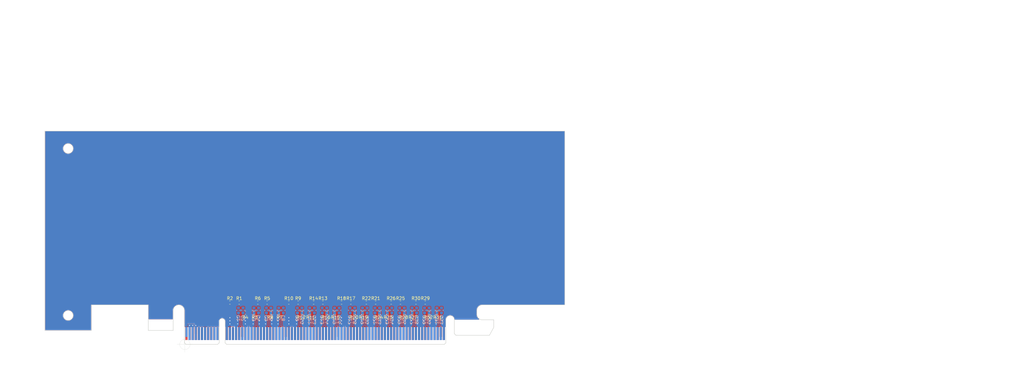
<source format=kicad_pcb>
(kicad_pcb (version 20211014) (generator pcbnew)
  (title_block (title "PCIexpress_x16_full") (company "Author: Luca Anastasio"))
  (layers (0 "F.Cu" power) (1 "In1.Cu" power) (2 "In2.Cu" power) (31 "B.Cu" power) (34 "B.Paste" user) (35 "F.Paste" user) (36 "B.SilkS" user "B.Silkscreen") (37 "F.SilkS" user "F.Silkscreen") (38 "B.Mask" user) (39 "F.Mask" user) (44 "Edge.Cuts" user))
  (net 0 "")
  (net 1 "GND")
  (net 2 "Net-(J2-PadA50)")
  (net 3 "Net-(J2-PadB82)")
  (net 4 "Net-(J2-PadA33)")
  (net 5 "Net-(J2-PadA32)")
  (net 6 "Net-(J2-PadA19)")
  (net 7 "+12V")
  (net 8 "+3V3")
  (net 9 "+3.3VA")
  (net 10 "Net-(J2-PadB12)")
  (net 11 "Net-(J2-PadB30)")
  (net 12 "/PER0_P")
  (net 13 "/PER0_N")
  (net 14 "/PER1_P")
  (net 15 "/PER1_N")
  (net 16 "/PER2_P")
  (net 17 "/PER2_N")
  (net 18 "/PER3_P")
  (net 19 "/PER3_N")
  (net 20 "/PER4_P")
  (net 21 "/PER4_N")
  (net 22 "/PER5_P")
  (net 23 "/PER5_N")
  (net 24 "/PER6_P")
  (net 25 "/PER6_N")
  (net 26 "/PER7_P")
  (net 27 "/PER7_N")
  (net 28 "/PER8_P")
  (net 29 "/PER8_N")
  (net 30 "/PER9_P")
  (net 31 "/PER9_N")
  (net 32 "/PER10_P")
  (net 33 "/PER10_N")
  (net 34 "/PER11_P")
  (net 35 "/PER11_N")
  (net 36 "/PER12_P")
  (net 37 "/PER12_N")
  (net 38 "/PER13_P")
  (net 39 "/PER13_N")
  (net 40 "/PER14_P")
  (net 41 "/PER14_N")
  (net 42 "/PER15_P")
  (net 43 "/PER15_N")
  (net 44 "/~{PRSNT2x16}")
  (net 45 "/PET15_N")
  (net 46 "/PET15_P")
  (net 47 "/PET14_N")
  (net 48 "/PET14_P")
  (net 49 "/PET13_N")
  (net 50 "/PET13_P")
  (net 51 "/PET12_N")
  (net 52 "/PET12_P")
  (net 53 "/PET11_N")
  (net 54 "/PET11_P")
  (net 55 "/PET10_N")
  (net 56 "/PET10_P")
  (net 57 "/PET9_N")
  (net 58 "/PET9_P")
  (net 59 "/PET8_N")
  (net 60 "/PET8_P")
  (net 61 "/~{PRSNT2x8}")
  (net 62 "/PET7_N")
  (net 63 "/PET7_P")
  (net 64 "/PET6_N")
  (net 65 "/PET6_P")
  (net 66 "/PET5_N")
  (net 67 "/PET5_P")
  (net 68 "/PET4_N")
  (net 69 "/PET4_P")
  (net 70 "/~{PRSNT2x4}")
  (net 71 "/PET3_N")
  (net 72 "/PET3_P")
  (net 73 "/PET2_N")
  (net 74 "/PET2_P")
  (net 75 "/PET1_N")
  (net 76 "/PET1_P")
  (net 77 "/SMCLK")
  (net 78 "/SMDAT")
  (net 79 "/~{TRST}")
  (net 80 "/~{WAKE}")
  (net 81 "/PET0_P")
  (net 82 "/PET0_N")
  (net 83 "/~{PRSNT2x1}")
  (net 84 "/~{PRSNT1}")
  (net 85 "/TCK")
  (net 86 "/TDI")
  (net 87 "/TDO")
  (net 88 "/TMS")
  (net 89 "/~{PERST}")
  (net 90 "/REFCLK-")
  (net 91 "/REFCLK+")
  (net 92 "/PCIexpress_connector/_PER0_P")
  (net 93 "/PCIexpress_connector/_PER0_N")
  (net 94 "/PCIexpress_connector/_PER1_P")
  (net 95 "/PCIexpress_connector/_PER1_N")
  (net 96 "/PCIexpress_connector/_PER2_P")
  (net 97 "/PCIexpress_connector/_PER2_N")
  (net 98 "/PCIexpress_connector/_PER3_P")
  (net 99 "/PCIexpress_connector/_PER3_N")
  (net 100 "/PCIexpress_connector/_PER4_P")
  (net 101 "/PCIexpress_connector/_PER4_N")
  (net 102 "/PCIexpress_connector/_PER5_P")
  (net 103 "/PCIexpress_connector/_PER5_N")
  (net 104 "/PCIexpress_connector/_PER6_P")
  (net 105 "/PCIexpress_connector/_PER6_N")
  (net 106 "/PCIexpress_connector/_PER7_P")
  (net 107 "/PCIexpress_connector/_PER7_N")
  (net 108 "/PCIexpress_connector/_PER8_P")
  (net 109 "/PCIexpress_connector/_PER8_N")
  (net 110 "/PCIexpress_connector/_PER9_P")
  (net 111 "/PCIexpress_connector/_PER9_N")
  (net 112 "/PCIexpress_connector/_PER10_P")
  (net 113 "/PCIexpress_connector/_PER10_N")
  (net 114 "/PCIexpress_connector/_PER11_P")
  (net 115 "/PCIexpress_connector/_PER11_N")
  (net 116 "/PCIexpress_connector/_PER12_P")
  (net 117 "/PCIexpress_connector/_PER12_N")
  (net 118 "/PCIexpress_connector/_PER13_P")
  (net 119 "/PCIexpress_connector/_PER13_N")
  (net 120 "/PCIexpress_connector/_PER14_P")
  (net 121 "/PCIexpress_connector/_PER14_N")
  (net 122 "/PCIexpress_connector/_PER15_P")
  (net 123 "/PCIexpress_connector/_PER15_N")
  (footprint "PCIexpress:PCIexpress_bracket_low" (layer "F.Cu") (at 109.625 194.125)
    (fp_text reference "J1" hide)
    (fp_text value "PCIexpress_bracket")
  )
  (footprint "PCIexpress:PCIexpress_x16" (layer "F.Cu") (at 109.625 194.125)
    (fp_text reference "J2" hide)
    (fp_text value "PCIexpress_x16")
  )
  (footprint "Resistor_SMD:R_0603_1608Metric" (layer "F.Cu") (at 127.125 180.625)
    (fp_text reference "R1")
    (fp_text value "49.9")
  )
  (footprint "Resistor_SMD:R_0603_1608Metric" (layer "F.Cu") (at 124.125 180.625 180)
    (fp_text reference "R2")
    (fp_text value "49.9")
  )
  (footprint "Resistor_SMD:R_0603_1608Metric" (layer "F.Cu") (at 136.125 180.625)
    (fp_text reference "R5")
    (fp_text value "49.9")
  )
  (footprint "Resistor_SMD:R_0603_1608Metric" (layer "F.Cu") (at 133.125 180.625 180)
    (fp_text reference "R6")
    (fp_text value "49.9")
  )
  (footprint "Resistor_SMD:R_0603_1608Metric" (layer "F.Cu") (at 140.125 183.875)
    (fp_text reference "R7")
    (fp_text value "49.9")
  )
  (footprint "Resistor_SMD:R_0603_1608Metric" (layer "F.Cu") (at 137.125 183.875 180)
    (fp_text reference "R8")
    (fp_text value "49.9")
  )
  (footprint "Resistor_SMD:R_0603_1608Metric" (layer "F.Cu") (at 146.125 180.625)
    (fp_text reference "R9")
    (fp_text value "49.9")
  )
  (footprint "Resistor_SMD:R_0603_1608Metric" (layer "F.Cu") (at 143.125 180.625 180)
    (fp_text reference "R10")
    (fp_text value "49.9")
  )
  (footprint "Resistor_SMD:R_0603_1608Metric" (layer "F.Cu") (at 150.125 183.875)
    (fp_text reference "R11")
    (fp_text value "49.9")
  )
  (footprint "Resistor_SMD:R_0603_1608Metric" (layer "F.Cu") (at 147.125 183.875 180)
    (fp_text reference "R12")
    (fp_text value "49.9")
  )
  (footprint "Resistor_SMD:R_0603_1608Metric" (layer "F.Cu") (at 154.125 180.625)
    (fp_text reference "R13")
    (fp_text value "49.9")
  )
  (footprint "Resistor_SMD:R_0603_1608Metric" (layer "F.Cu") (at 151.125 180.625 180)
    (fp_text reference "R14")
    (fp_text value "49.9")
  )
  (footprint "Resistor_SMD:R_0603_1608Metric" (layer "F.Cu") (at 158.125 183.875)
    (fp_text reference "R15")
    (fp_text value "49.9")
  )
  (footprint "Resistor_SMD:R_0603_1608Metric" (layer "F.Cu") (at 155.125 183.875 180)
    (fp_text reference "R16")
    (fp_text value "49.9")
  )
  (footprint "Resistor_SMD:R_0603_1608Metric" (layer "F.Cu") (at 163.125 180.625)
    (fp_text reference "R17")
    (fp_text value "49.9")
  )
  (footprint "Resistor_SMD:R_0603_1608Metric" (layer "F.Cu") (at 167.125 183.875)
    (fp_text reference "R19")
    (fp_text value "49.9")
  )
  (footprint "Resistor_SMD:R_0603_1608Metric" (layer "F.Cu") (at 164.125 183.875 180)
    (fp_text reference "R20")
    (fp_text value "49.9")
  )
  (footprint "Resistor_SMD:R_0603_1608Metric" (layer "F.Cu") (at 171.125 180.625)
    (fp_text reference "R21")
    (fp_text value "49.9")
  )
  (footprint "Resistor_SMD:R_0603_1608Metric" (layer "F.Cu") (at 168.125 180.625 180)
    (fp_text reference "R22")
    (fp_text value "49.9")
  )
  (footprint "Resistor_SMD:R_0603_1608Metric" (layer "F.Cu") (at 175.125 183.875)
    (fp_text reference "R23")
    (fp_text value "49.9")
  )
  (footprint "Resistor_SMD:R_0603_1608Metric" (layer "F.Cu") (at 172.125 183.875 180)
    (fp_text reference "R24")
    (fp_text value "49.9")
  )
  (footprint "Resistor_SMD:R_0603_1608Metric" (layer "F.Cu") (at 179.135 180.625)
    (fp_text reference "R25")
    (fp_text value "49.9")
  )
  (footprint "Resistor_SMD:R_0603_1608Metric" (layer "F.Cu") (at 176.125 180.625 180)
    (fp_text reference "R26")
    (fp_text value "49.9")
  )
  (footprint "Resistor_SMD:R_0603_1608Metric" (layer "F.Cu") (at 183.125 183.875)
    (fp_text reference "R27")
    (fp_text value "49.9")
  )
  (footprint "Resistor_SMD:R_0603_1608Metric" (layer "F.Cu") (at 180.125 183.875 180)
    (fp_text reference "R28")
    (fp_text value "49.9")
  )
  (footprint "Resistor_SMD:R_0603_1608Metric" (layer "F.Cu") (at 187.125 180.625)
    (fp_text reference "R29")
    (fp_text value "49.9")
  )
  (footprint "Resistor_SMD:R_0603_1608Metric" (layer "F.Cu") (at 184.125 180.625 180)
    (fp_text reference "R30")
    (fp_text value "49.9")
  )
  (footprint "Resistor_SMD:R_0603_1608Metric" (layer "F.Cu") (at 191.125 183.875)
    (fp_text reference "R31")
    (fp_text value "49.9")
  )
  (footprint "Resistor_SMD:R_0603_1608Metric" (layer "F.Cu") (at 188.125 183.875 180)
    (fp_text reference "R32")
    (fp_text value "49.9")
  )
  (footprint "Resistor_SMD:R_0603_1608Metric" (layer "F.Cu") (at 160.125 180.625 180)
    (fp_text reference "R18")
    (fp_text value "49.9")
  )
  (footprint "Resistor_SMD:R_0603_1608Metric" (layer "F.Cu") (at 129.125 183.875 180)
    (fp_text reference "R4")
    (fp_text value "49.9")
  )
  (footprint "Resistor_SMD:R_0603_1608Metric" (layer "F.Cu") (at 132.125 183.875)
    (fp_text reference "R3")
    (fp_text value "49.9")
  )
  (footprint "Capacitor_SMD:C_0603_1608Metric" (layer "B.Cu") (at 126.875 183.125 -90)
    (fp_text reference "C1")
    (fp_text value "100n")
  )
  (footprint "Capacitor_SMD:C_0603_1608Metric" (layer "B.Cu") (at 128.375 183.125 90)
    (fp_text reference "C2")
    (fp_text value "100n")
  )
  (footprint "Capacitor_SMD:C_0603_1608Metric" (layer "B.Cu") (at 131.875 183.125 -90)
    (fp_text reference "C3")
    (fp_text value "100n")
  )
  (footprint "Capacitor_SMD:C_0603_1608Metric" (layer "B.Cu") (at 133.375 183.125 90)
    (fp_text reference "C4")
    (fp_text value "100n")
  )
  (footprint "Capacitor_SMD:C_0603_1608Metric" (layer "B.Cu") (at 135.875 183.125 -90)
    (fp_text reference "C5")
    (fp_text value "100n")
  )
  (footprint "Capacitor_SMD:C_0603_1608Metric" (layer "B.Cu") (at 137.375 183.125 90)
    (fp_text reference "C6")
    (fp_text value "100n")
  )
  (footprint "Capacitor_SMD:C_0603_1608Metric" (layer "B.Cu") (at 139.875 183.125 -90)
    (fp_text reference "C7")
    (fp_text value "100n")
  )
  (footprint "Capacitor_SMD:C_0603_1608Metric" (layer "B.Cu") (at 141.375 183.125 90)
    (fp_text reference "C8")
    (fp_text value "100n")
  )
  (footprint "Capacitor_SMD:C_0603_1608Metric" (layer "B.Cu") (at 145.875 183.125 -90)
    (fp_text reference "C9")
    (fp_text value "100n")
  )
  (footprint "Capacitor_SMD:C_0603_1608Metric" (layer "B.Cu") (at 147.375 183.125 90)
    (fp_text reference "C10")
    (fp_text value "100n")
  )
  (footprint "Capacitor_SMD:C_0603_1608Metric" (layer "B.Cu") (at 149.875 183.125 -90)
    (fp_text reference "C11")
    (fp_text value "100n")
  )
  (footprint "Capacitor_SMD:C_0603_1608Metric" (layer "B.Cu") (at 151.375 183.125 90)
    (fp_text reference "C12")
    (fp_text value "100n")
  )
  (footprint "Capacitor_SMD:C_0603_1608Metric" (layer "B.Cu") (at 155.375 183.125 90)
    (fp_text reference "C14")
    (fp_text value "100n")
  )
  (footprint "Capacitor_SMD:C_0603_1608Metric" (layer "B.Cu") (at 157.875 183.125 -90)
    (fp_text reference "C15")
    (fp_text value "100n")
  )
  (footprint "Capacitor_SMD:C_0603_1608Metric" (layer "B.Cu") (at 159.375 183.125 90)
    (fp_text reference "C16")
    (fp_text value "100n")
  )
  (footprint "Capacitor_SMD:C_0603_1608Metric" (layer "B.Cu") (at 162.875 183.125 -90)
    (fp_text reference "C17")
    (fp_text value "100n")
  )
  (footprint "Capacitor_SMD:C_0603_1608Metric" (layer "B.Cu") (at 164.375 183.125 90)
    (fp_text reference "C18")
    (fp_text value "100n")
  )
  (footprint "Capacitor_SMD:C_0603_1608Metric" (layer "B.Cu") (at 166.875 183.125 -90)
    (fp_text reference "C19")
    (fp_text value "100n")
  )
  (footprint "Capacitor_SMD:C_0603_1608Metric" (layer "B.Cu") (at 168.375 183.125 90)
    (fp_text reference "C20")
    (fp_text value "100n")
  )
  (footprint "Capacitor_SMD:C_0603_1608Metric" (layer "B.Cu") (at 170.875 183.125 -90)
    (fp_text reference "C21")
    (fp_text value "100n")
  )
  (footprint "Capacitor_SMD:C_0603_1608Metric" (layer "B.Cu") (at 172.375 183.125 90)
    (fp_text reference "C22")
    (fp_text value "100n")
  )
  (footprint "Capacitor_SMD:C_0603_1608Metric" (layer "B.Cu") (at 174.875 183.125 -90)
    (fp_text reference "C23")
    (fp_text value "100n")
  )
  (footprint "Capacitor_SMD:C_0603_1608Metric" (layer "B.Cu") (at 176.375 183.125 90)
    (fp_text reference "C24")
    (fp_text value "100n")
  )
  (footprint "Capacitor_SMD:C_0603_1608Metric" (layer "B.Cu") (at 178.875 183.125 -90)
    (fp_text reference "C25")
    (fp_text value "100n")
  )
  (footprint "Capacitor_SMD:C_0603_1608Metric" (layer "B.Cu") (at 180.375 183.125 90)
    (fp_text reference "C26")
    (fp_text value "100n")
  )
  (footprint "Capacitor_SMD:C_0603_1608Metric" (layer "B.Cu") (at 182.875 183.125 -90)
    (fp_text reference "C27")
    (fp_text value "100n")
  )
  (footprint "Capacitor_SMD:C_0603_1608Metric" (layer "B.Cu") (at 184.375 183.125 90)
    (fp_text reference "C28")
    (fp_text value "100n")
  )
  (footprint "Capacitor_SMD:C_0603_1608Metric" (layer "B.Cu") (at 186.875 183.125 -90)
    (fp_text reference "C29")
    (fp_text value "100n")
  )
  (footprint "Capacitor_SMD:C_0603_1608Metric" (layer "B.Cu") (at 188.375 183.125 90)
    (fp_text reference "C30")
    (fp_text value "100n")
  )
  (footprint "Capacitor_SMD:C_0603_1608Metric" (layer "B.Cu") (at 190.875 183.125 -90)
    (fp_text reference "C31")
    (fp_text value "100n")
  )
  (footprint "Capacitor_SMD:C_0603_1608Metric" (layer "B.Cu") (at 192.375 183.125 90)
    (fp_text reference "C32")
    (fp_text value "100n")
  )
  (footprint "Capacitor_SMD:C_0603_1608Metric" (layer "B.Cu") (at 153.875 183.125 -90)
    (fp_text reference "C13")
    (fp_text value "100n")
  )
  (gr_line (start 209.225 188.625) (end 209.225 186.175) (layer "Edge.Cuts") (width 0.15))
  (gr_line (start 203.775 184.425) (end 203.775 183.125) (layer "Edge.Cuts") (width 0.15))
  (gr_line (start 232.125 181.375) (end 232.125 125.225) (layer "Edge.Cuts") (width 0.15))
  (gr_line (start 109.975 194.125) (end 120.175 194.125) (layer "Edge.Cuts") (width 0.15))
  (gr_line (start 120.675 193.625) (end 120.675 186.675) (layer "Edge.Cuts") (width 0.15))
  (gr_arc (start 203.775 183.125) (mid 204.287563 181.887563) (end 205.525 181.375) (layer "Edge.Cuts") (width 0.15))
  (gr_line (start 196.525 190.675) (end 197.025 191.175) (layer "Edge.Cuts") (width 0.15))
  (gr_line (start 79.475 189.625) (end 79.475 181.375) (layer "Edge.Cuts") (width 0.15))
  (gr_line (start 122.575 186.675) (end 122.575 193.625) (layer "Edge.Cuts") (width 0.15))
  (gr_line (start 196.525 186.175) (end 196.525 190.675) (layer "Edge.Cuts") (width 0.15))
  (gr_arc (start 105.825 183.2) (mid 107.65 181.375) (end 109.475 183.2) (layer "Edge.Cuts") (width 0.15))
  (gr_circle (center 71.975 130.875) (end 73.575 130.875) (layer "Edge.Cuts") (width 0.15) (fill none))
  (gr_line (start 97.825 181.375) (end 97.825 189.625) (layer "Edge.Cuts") (width 0.15))
  (gr_line (start 207.825 191.175) (end 209.225 188.625) (layer "Edge.Cuts") (width 0.15))
  (gr_line (start 193.275 194.125) (end 193.775 193.625) (layer "Edge.Cuts") (width 0.15))
  (gr_line (start 232.1277 181.375) (end 205.525 181.375) (layer "Edge.Cuts") (width 0.15))
  (gr_line (start 193.775 193.625) (end 193.775 186.175) (layer "Edge.Cuts") (width 0.15))
  (gr_line (start 109.475 183.2) (end 109.475 193.625) (layer "Edge.Cuts") (width 0.15))
  (gr_line (start 232.125 125.225) (end 64.475 125.225) (layer "Edge.Cuts") (width 0.15))
  (gr_line (start 105.825 189.625) (end 105.825 183.2) (layer "Edge.Cuts") (width 0.15))
  (gr_line (start 79.475 181.375) (end 97.825 181.375) (layer "Edge.Cuts") (width 0.15))
  (gr_arc (start 205.525 186.175) (mid 204.287563 185.662437) (end 203.775 184.425) (layer "Edge.Cuts") (width 0.15))
  (gr_line (start 197.025 191.175) (end 207.825 191.175) (layer "Edge.Cuts") (width 0.15))
  (gr_line (start 120.175 194.125) (end 120.675 193.625) (layer "Edge.Cuts") (width 0.15))
  (gr_line (start 97.825 189.625) (end 105.825 189.625) (layer "Edge.Cuts") (width 0.15))
  (gr_line (start 109.475 193.625) (end 109.975 194.125) (layer "Edge.Cuts") (width 0.15))
  (gr_line (start 209.225 186.175) (end 205.525 186.175) (layer "Edge.Cuts") (width 0.15))
  (gr_line (start 64.475 189.625) (end 79.475 189.625) (layer "Edge.Cuts") (width 0.15))
  (gr_arc (start 120.675 186.675) (mid 121.625 185.725) (end 122.575 186.675) (layer "Edge.Cuts") (width 0.15))
  (gr_arc (start 193.775 186.175) (mid 195.15 184.8) (end 196.525 186.175) (layer "Edge.Cuts") (width 0.15))
  (gr_line (start 123.075 194.125) (end 193.275 194.125) (layer "Edge.Cuts") (width 0.15))
  (gr_line (start 122.575 193.625) (end 123.075 194.125) (layer "Edge.Cuts") (width 0.15))
  (gr_line (start 64.475 125.225) (end 64.475 189.625) (layer "Edge.Cuts") (width 0.15))
  (gr_circle (center 71.975 184.775) (end 73.575 184.775) (layer "Edge.Cuts") (width 0.15) (fill none))
  (target plus (at 109.625 194.125) (size 5) (width 0.05) (layer "Edge.Cuts"))
  (segment (start 113.125 188.125) (end 113.125 188.125) (width 0.7) (layer "F.Cu") (net 1))
  (segment (start 113.125 190.625) (end 113.125 188) (width 0.7) (layer "F.Cu") (net 1))
  (via (at 186.625 185.5) (size 0.55) (drill 0.3) (layers "F.Cu" "B.Cu") (net 1))
  (via (at 188.625 185.5) (size 0.55) (drill 0.3) (layers "F.Cu" "B.Cu") (net 1))
  (via (at 166.625 185.5) (size 0.55) (drill 0.3) (layers "F.Cu" "B.Cu") (net 1))
  (via (at 124.125 185.5) (size 0.55) (drill 0.3) (layers "F.Cu" "B.Cu") (net 1))
  (via (at 143.125 185.5) (size 0.55) (drill 0.3) (layers "F.Cu" "B.Cu") (net 1))
  (via (at 162.625 185.5) (size 0.55) (drill 0.3) (layers "F.Cu" "B.Cu") (net 1))
  (via (at 157.625 185.5) (size 0.55) (drill 0.3) (layers "F.Cu" "B.Cu") (net 1))
  (via (at 135.625 185.5) (size 0.55) (drill 0.3) (layers "F.Cu" "B.Cu") (net 1))
  (via (at 139.625 185.5) (size 0.55) (drill 0.3) (layers "F.Cu" "B.Cu") (net 1))
  (via (at 178.625 185.5) (size 0.55) (drill 0.3) (layers "F.Cu" "B.Cu") (net 1))
  (via (at 133.625 185.5) (size 0.55) (drill 0.3) (layers "F.Cu" "B.Cu") (net 1))
  (via (at 129.125 185.5) (size 0.55) (drill 0.3) (layers "F.Cu" "B.Cu") (net 1))
  (via (at 155.625 185.5) (size 0.55) (drill 0.3) (layers "F.Cu" "B.Cu") (net 1))
  (via (at 149.625 185.5) (size 0.55) (drill 0.3) (layers "F.Cu" "B.Cu") (net 1))
  (via (at 147.625 185.5) (size 0.55) (drill 0.3) (layers "F.Cu" "B.Cu") (net 1))
  (via (at 180.625 185.5) (size 0.55) (drill 0.3) (layers "F.Cu" "B.Cu") (net 1))
  (via (at 164.625 185.5) (size 0.55) (drill 0.3) (layers "F.Cu" "B.Cu") (net 1))
  (via (at 145.625 185.5) (size 0.55) (drill 0.3) (layers "F.Cu" "B.Cu") (net 1))
  (via (at 184.625 185.5) (size 0.55) (drill 0.3) (layers "F.Cu" "B.Cu") (net 1))
  (via (at 182.625 185.5) (size 0.55) (drill 0.3) (layers "F.Cu" "B.Cu") (net 1))
  (via (at 190.625 185.5) (size 0.55) (drill 0.3) (layers "F.Cu" "B.Cu") (net 1))
  (via (at 192.625 185.5) (size 0.55) (drill 0.3) (layers "F.Cu" "B.Cu") (net 1))
  (via (at 174.625 185.5) (size 0.55) (drill 0.3) (layers "F.Cu" "B.Cu") (net 1))
  (via (at 160.125 185.5) (size 0.55) (drill 0.3) (layers "F.Cu" "B.Cu") (net 1))
  (via (at 151.625 185.5) (size 0.55) (drill 0.3) (layers "F.Cu" "B.Cu") (net 1))
  (via (at 153.625 185.5) (size 0.55) (drill 0.3) (layers "F.Cu" "B.Cu") (net 1))
  (via (at 176.625 185.5) (size 0.55) (drill 0.3) (layers "F.Cu" "B.Cu") (net 1))
  (via (at 170.625 185.5) (size 0.55) (drill 0.3) (layers "F.Cu" "B.Cu") (net 1))
  (via (at 172.625 185.5) (size 0.55) (drill 0.3) (layers "F.Cu" "B.Cu") (net 1))
  (via (at 126.625 185.5) (size 0.55) (drill 0.3) (layers "F.Cu" "B.Cu") (net 1))
  (via (at 131.625 185.5) (size 0.55) (drill 0.3) (layers "F.Cu" "B.Cu") (net 1))
  (via (at 137.625 185.5) (size 0.55) (drill 0.3) (layers "F.Cu" "B.Cu") (net 1))
  (via (at 168.625 185.5) (size 0.55) (drill 0.3) (layers "F.Cu" "B.Cu") (net 1))
  (via (at 172.625 186.5) (size 0.55) (drill 0.3) (layers "F.Cu" "B.Cu") (net 1))
  (via (at 186.625 187.5) (size 0.55) (drill 0.3) (layers "F.Cu" "B.Cu") (net 1))
  (via (at 153.625 186.5) (size 0.55) (drill 0.3) (layers "F.Cu" "B.Cu") (net 1))
  (via (at 124.125 186.5) (size 0.55) (drill 0.3) (layers "F.Cu" "B.Cu") (net 1))
  (via (at 174.625 187.5) (size 0.55) (drill 0.3) (layers "F.Cu" "B.Cu") (net 1))
  (via (at 151.625 187.5) (size 0.55) (drill 0.3) (layers "F.Cu" "B.Cu") (net 1))
  (via (at 133.625 187.5) (size 0.55) (drill 0.3) (layers "F.Cu" "B.Cu") (net 1))
  (via (at 188.625 186.5) (size 0.55) (drill 0.3) (layers "F.Cu" "B.Cu") (net 1))
  (via (at 166.625 186.5) (size 0.55) (drill 0.3) (layers "F.Cu" "B.Cu") (net 1))
  (via (at 143.125 186.5) (size 0.55) (drill 0.3) (layers "F.Cu" "B.Cu") (net 1))
  (via (at 129.125 186.5) (size 0.55) (drill 0.3) (layers "F.Cu" "B.Cu") (net 1))
  (via (at 147.625 186.5) (size 0.55) (drill 0.3) (layers "F.Cu" "B.Cu") (net 1))
  (via (at 192.625 186.5) (size 0.55) (drill 0.3) (layers "F.Cu" "B.Cu") (net 1))
  (via (at 155.625 187.5) (size 0.55) (drill 0.3) (layers "F.Cu" "B.Cu") (net 1))
  (via (at 164.625 187.5) (size 0.55) (drill 0.3) (layers "F.Cu" "B.Cu") (net 1))
  (via (at 124.125 187.5) (size 0.55) (drill 0.3) (layers "F.Cu" "B.Cu") (net 1))
  (via (at 190.625 186.5) (size 0.55) (drill 0.3) (layers "F.Cu" "B.Cu") (net 1))
  (via (at 176.625 186.5) (size 0.55) (drill 0.3) (layers "F.Cu" "B.Cu") (net 1))
  (via (at 186.625 186.5) (size 0.55) (drill 0.3) (layers "F.Cu" "B.Cu") (net 1))
  (via (at 178.625 187.5) (size 0.55) (drill 0.3) (layers "F.Cu" "B.Cu") (net 1))
  (via (at 113.125 188) (size 0.55) (drill 0.3) (layers "F.Cu" "B.Cu") (net 1))
  (via (at 164.625 186.5) (size 0.55) (drill 0.3) (layers "F.Cu" "B.Cu") (net 1))
  (via (at 188.625 187.5) (size 0.55) (drill 0.3) (layers "F.Cu" "B.Cu") (net 1))
  (via (at 155.625 186.5) (size 0.55) (drill 0.3) (layers "F.Cu" "B.Cu") (net 1))
  (via (at 172.625 187.5) (size 0.55) (drill 0.3) (layers "F.Cu" "B.Cu") (net 1))
  (via (at 151.625 186.5) (size 0.55) (drill 0.3) (layers "F.Cu" "B.Cu") (net 1))
  (via (at 160.125 186.5) (size 0.55) (drill 0.3) (layers "F.Cu" "B.Cu") (net 1))
  (via (at 192.625 187.5) (size 0.55) (drill 0.3) (layers "F.Cu" "B.Cu") (net 1))
  (via (at 149.625 186.5) (size 0.55) (drill 0.3) (layers "F.Cu" "B.Cu") (net 1))
  (via (at 180.625 186.5) (size 0.55) (drill 0.3) (layers "F.Cu" "B.Cu") (net 1))
  (via (at 190.625 187.5) (size 0.55) (drill 0.3) (layers "F.Cu" "B.Cu") (net 1))
  (via (at 157.625 187.5) (size 0.55) (drill 0.3) (layers "F.Cu" "B.Cu") (net 1))
  (via (at 131.625 187.5) (size 0.55) (drill 0.3) (layers "F.Cu" "B.Cu") (net 1))
  (via (at 135.625 186.5) (size 0.55) (drill 0.3) (layers "F.Cu" "B.Cu") (net 1))
  (via (at 166.625 187.5) (size 0.55) (drill 0.3) (layers "F.Cu" "B.Cu") (net 1))
  (via (at 126.625 187.5) (size 0.55) (drill 0.3) (layers "F.Cu" "B.Cu") (net 1))
  (via (at 139.625 186.5) (size 0.55) (drill 0.3) (layers "F.Cu" "B.Cu") (net 1))
  (via (at 139.625 187.5) (size 0.55) (drill 0.3) (layers "F.Cu" "B.Cu") (net 1))
  (via (at 160.125 187.5) (size 0.55) (drill 0.3) (layers "F.Cu" "B.Cu") (net 1))
  (via (at 133.625 186.5) (size 0.55) (drill 0.3) (layers "F.Cu" "B.Cu") (net 1))
  (via (at 137.625 186.5) (size 0.55) (drill 0.3) (layers "F.Cu" "B.Cu") (net 1))
  (via (at 184.625 186.5) (size 0.55) (drill 0.3) (layers "F.Cu" "B.Cu") (net 1))
  (via (at 126.625 186.5) (size 0.55) (drill 0.3) (layers "F.Cu" "B.Cu") (net 1))
  (via (at 153.625 187.5) (size 0.55) (drill 0.3) (layers "F.Cu" "B.Cu") (net 1))
  (via (at 174.625 186.5) (size 0.55) (drill 0.3) (layers "F.Cu" "B.Cu") (net 1))
  (via (at 135.625 187.5) (size 0.55) (drill 0.3) (layers "F.Cu" "B.Cu") (net 1))
  (via (at 145.625 186.5) (size 0.55) (drill 0.3) (layers "F.Cu" "B.Cu") (net 1))
  (via (at 178.625 186.5) (size 0.55) (drill 0.3) (layers "F.Cu" "B.Cu") (net 1))
  (via (at 149.625 187.5) (size 0.55) (drill 0.3) (layers "F.Cu" "B.Cu") (net 1))
  (via (at 129.125 187.5) (size 0.55) (drill 0.3) (layers "F.Cu" "B.Cu") (net 1))
  (via (at 170.625 186.5) (size 0.55) (drill 0.3) (layers "F.Cu" "B.Cu") (net 1))
  (via (at 170.625 187.5) (size 0.55) (drill 0.3) (layers "F.Cu" "B.Cu") (net 1))
  (via (at 184.625 187.5) (size 0.55) (drill 0.3) (layers "F.Cu" "B.Cu") (net 1))
  (via (at 131.625 186.5) (size 0.55) (drill 0.3) (layers "F.Cu" "B.Cu") (net 1))
  (via (at 182.625 186.5) (size 0.55) (drill 0.3) (layers "F.Cu" "B.Cu") (net 1))
  (via (at 162.625 186.5) (size 0.55) (drill 0.3) (layers "F.Cu" "B.Cu") (net 1))
  (via (at 147.625 187.5) (size 0.55) (drill 0.3) (layers "F.Cu" "B.Cu") (net 1))
  (via (at 180.625 187.5) (size 0.55) (drill 0.3) (layers "F.Cu" "B.Cu") (net 1))
  (via (at 182.625 187.5) (size 0.55) (drill 0.3) (layers "F.Cu" "B.Cu") (net 1))
  (via (at 168.625 186.5) (size 0.55) (drill 0.3) (layers "F.Cu" "B.Cu") (net 1))
  (via (at 143.125 187.5) (size 0.55) (drill 0.3) (layers "F.Cu" "B.Cu") (net 1))
  (via (at 168.625 187.5) (size 0.55) (drill 0.3) (layers "F.Cu" "B.Cu") (net 1))
  (via (at 157.625 186.5) (size 0.55) (drill 0.3) (layers "F.Cu" "B.Cu") (net 1))
  (via (at 176.625 187.5) (size 0.55) (drill 0.3) (layers "F.Cu" "B.Cu") (net 1))
  (via (at 145.625 187.5) (size 0.55) (drill 0.3) (layers "F.Cu" "B.Cu") (net 1))
  (via (at 137.625 187.5) (size 0.55) (drill 0.3) (layers "F.Cu" "B.Cu") (net 1))
  (via (at 162.625 187.5) (size 0.55) (drill 0.3) (layers "F.Cu" "B.Cu") (net 1))
  (segment (start 111.125 190.625) (end 111.125 188) (width 0.0889) (layer "F.Cu") (net 7))
  (via (at 112.125 188) (size 0.55) (drill 0.3) (layers "F.Cu" "B.Cu") (net 7))
  (via (at 111.125 188) (size 0.55) (drill 0.3) (layers "F.Cu" "B.Cu") (net 7))
  (segment (start 190.3375 184.5375) (end 190.3375 183.875) (width 0.2) (layer "F.Cu") (net 45))
  (segment (start 190.125 188.375) (end 189.825 188.075) (width 0.2) (layer "F.Cu") (net 45))
  (segment (start 189.825 188.075) (end 189.825 185.05) (width 0.2) (layer "F.Cu") (net 45))
  (segment (start 190.125 190.625) (end 190.125 188.375) (width 0.2) (layer "F.Cu") (net 45))
  (segment (start 189.825 185.05) (end 190.3375 184.5375) (width 0.2) (layer "F.Cu") (net 45))
  (segment (start 189.425 185.05) (end 188.9125 184.5375) (width 0.2) (layer "F.Cu") (net 46))
  (segment (start 189.125 188.375) (end 189.425 188.075) (width 0.2) (layer "F.Cu") (net 46))
  (segment (start 189.125 190.625) (end 189.125 188.375) (width 0.2) (layer "F.Cu") (net 46))
  (segment (start 188.9125 184.5375) (end 188.9125 183.875) (width 0.2) (layer "F.Cu") (net 46))
  (segment (start 189.425 188.075) (end 189.425 185.05) (width 0.2) (layer "F.Cu") (net 46))
  (segment (start 185.825 188.075) (end 186.125 188.375) (width 0.2) (layer "F.Cu") (net 47))
  (segment (start 185.825 181.8) (end 185.825 188.075) (width 0.2) (layer "F.Cu") (net 47))
  (segment (start 186.3375 181.2875) (end 185.825 181.8) (width 0.2) (layer "F.Cu") (net 47))
  (segment (start 186.3375 180.625) (end 186.3375 181.2875) (width 0.2) (layer "F.Cu") (net 47))
  (segment (start 186.125 188.375) (end 186.125 190.625) (width 0.2) (layer "F.Cu") (net 47))
  (segment (start 184.9125 181.26875) (end 185.425 181.78125) (width 0.2) (layer "F.Cu") (net 48))
  (segment (start 185.425 188.075) (end 185.125 188.375) (width 0.2) (layer "F.Cu") (net 48))
  (segment (start 184.9125 180.625) (end 184.9125 181.26875) (width 0.2) (layer "F.Cu") (net 48))
  (segment (start 185.425 181.78125) (end 185.425 188.075) (width 0.2) (layer "F.Cu") (net 48))
  (segment (start 185.125 188.375) (end 185.125 190.625) (width 0.2) (layer "F.Cu") (net 48))
  (segment (start 181.825 185.05) (end 182.3375 184.5375) (width 0.2) (layer "F.Cu") (net 49))
  (segment (start 181.825 188.075) (end 181.825 185.05) (width 0.2) (layer "F.Cu") (net 49))
  (segment (start 182.125 188.375) (end 181.825 188.075) (width 0.2) (layer "F.Cu") (net 49))
  (segment (start 182.125 190.625) (end 182.125 188.375) (width 0.2) (layer "F.Cu") (net 49))
  (segment (start 182.3375 184.5375) (end 182.3375 183.875) (width 0.2) (layer "F.Cu") (net 49))
  (segment (start 181.125 188.375) (end 181.425 188.075) (width 0.2) (layer "F.Cu") (net 50))
  (segment (start 181.425 185.05) (end 180.9125 184.5375) (width 0.2) (layer "F.Cu") (net 50))
  (segment (start 181.425 188.075) (end 181.425 185.05) (width 0.2) (layer "F.Cu") (net 50))
  (segment (start 181.125 190.625) (end 181.125 188.375) (width 0.2) (layer "F.Cu") (net 50))
  (segment (start 180.9125 184.5375) (end 180.9125 183.875) (width 0.2) (layer "F.Cu") (net 50))
  (segment (start 178.125 188.375) (end 178.125 190.625) (width 0.2) (layer "F.Cu") (net 51))
  (segment (start 178.3375 181.2875) (end 177.825 181.8) (width 0.2) (layer "F.Cu") (net 51))
  (segment (start 178.3375 180.625) (end 178.3375 181.2875) (width 0.2) (layer "F.Cu") (net 51))
  (segment (start 177.825 188.075) (end 178.125 188.375) (width 0.2) (layer "F.Cu") (net 51))
  (segment (start 177.825 181.8) (end 177.825 188.075) (width 0.2) (layer "F.Cu") (net 51))
  (segment (start 177.425 181.78125) (end 177.425 188.075) (width 0.2) (layer "F.Cu") (net 52))
  (segment (start 177.425 188.075) (end 177.125 188.375) (width 0.2) (layer "F.Cu") (net 52))
  (segment (start 176.9125 181.26875) (end 177.425 181.78125) (width 0.2) (layer "F.Cu") (net 52))
  (segment (start 176.9125 180.625) (end 176.9125 181.26875) (width 0.2) (layer "F.Cu") (net 52))
  (segment (start 177.125 188.375) (end 177.125 190.625) (width 0.2) (layer "F.Cu") (net 52))
  (segment (start 174.125 190.625) (end 174.125 188.375) (width 0.2) (layer "F.Cu") (net 53))
  (segment (start 173.825 185.05) (end 174.3375 184.5375) (width 0.2) (layer "F.Cu") (net 53))
  (segment (start 174.3375 184.5375) (end 174.3375 183.875) (width 0.2) (layer "F.Cu") (net 53))
  (segment (start 174.125 188.375) (end 173.825 188.075) (width 0.2) (layer "F.Cu") (net 53))
  (segment (start 173.825 188.075) (end 173.825 185.05) (width 0.2) (layer "F.Cu") (net 53))
  (segment (start 173.425 185.05) (end 172.9125 184.5375) (width 0.2) (layer "F.Cu") (net 54))
  (segment (start 173.425 188.075) (end 173.425 185.05) (width 0.2) (layer "F.Cu") (net 54))
  (segment (start 172.9125 184.5375) (end 172.9125 183.875) (width 0.2) (layer "F.Cu") (net 54))
  (segment (start 173.125 188.375) (end 173.425 188.075) (width 0.2) (layer "F.Cu") (net 54))
  (segment (start 173.125 190.625) (end 173.125 188.375) (width 0.2) (layer "F.Cu") (net 54))
  (segment (start 170.125 188.375) (end 170.125 190.625) (width 0.2) (layer "F.Cu") (net 55))
  (segment (start 170.3375 180.625) (end 170.3375 181.2875) (width 0.2) (layer "F.Cu") (net 55))
  (segment (start 169.825 188.075) (end 170.125 188.375) (width 0.2) (layer "F.Cu") (net 55))
  (segment (start 170.3375 181.2875) (end 169.825 181.8) (width 0.2) (layer "F.Cu") (net 55))
  (segment (start 169.825 181.8) (end 169.825 188.075) (width 0.2) (layer "F.Cu") (net 55))
  (segment (start 169.125 188.375) (end 169.125 190.625) (width 0.2) (layer "F.Cu") (net 56))
  (segment (start 168.9125 181.26875) (end 169.425 181.78125) (width 0.2) (layer "F.Cu") (net 56))
  (segment (start 169.425 188.075) (end 169.125 188.375) (width 0.2) (layer "F.Cu") (net 56))
  (segment (start 169.425 181.78125) (end 169.425 188.075) (width 0.2) (layer "F.Cu") (net 56))
  (segment (start 168.9125 180.625) (end 168.9125 181.26875) (width 0.2) (layer "F.Cu") (net 56))
  (segment (start 166.125 188.375) (end 165.825 188.075) (width 0.2) (layer "F.Cu") (net 57))
  (segment (start 165.825 185.05) (end 166.3375 184.5375) (width 0.2) (layer "F.Cu") (net 57))
  (segment (start 166.3375 184.5375) (end 166.3375 183.875) (width 0.2) (layer "F.Cu") (net 57))
  (segment (start 166.125 190.625) (end 166.125 188.375) (width 0.2) (layer "F.Cu") (net 57))
  (segment (start 165.825 188.075) (end 165.825 185.05) (width 0.2) (layer "F.Cu") (net 57))
  (segment (start 165.425 185.05) (end 164.9125 184.5375) (width 0.2) (layer "F.Cu") (net 58))
  (segment (start 165.425 188.075) (end 165.425 185.05) (width 0.2) (layer "F.Cu") (net 58))
  (segment (start 165.125 190.625) (end 165.125 188.375) (width 0.2) (layer "F.Cu") (net 58))
  (segment (start 165.125 188.375) (end 165.425 188.075) (width 0.2) (layer "F.Cu") (net 58))
  (segment (start 164.9125 184.5375) (end 164.9125 183.875) (width 0.2) (layer "F.Cu") (net 58))
  (segment (start 161.825 188.075) (end 162.125 188.375) (width 0.2) (layer "F.Cu") (net 59))
  (segment (start 161.825 181.8) (end 161.825 188.075) (width 0.2) (layer "F.Cu") (net 59))
  (segment (start 162.3375 181.2875) (end 161.825 181.8) (width 0.2) (layer "F.Cu") (net 59))
  (segment (start 162.3375 180.625) (end 162.3375 181.2875) (width 0.2) (layer "F.Cu") (net 59))
  (segment (start 162.125 188.375) (end 162.125 190.625) (width 0.2) (layer "F.Cu") (net 59))
  (segment (start 160.9125 181.26875) (end 161.425 181.78125) (width 0.2) (layer "F.Cu") (net 60))
  (segment (start 161.425 181.78125) (end 161.425 188.075) (width 0.2) (layer "F.Cu") (net 60))
  (segment (start 161.125 188.375) (end 161.125 190.625) (width 0.2) (layer "F.Cu") (net 60))
  (segment (start 160.9125 180.625) (end 160.9125 181.26875) (width 0.2) (layer "F.Cu") (net 60))
  (segment (start 161.425 188.075) (end 161.125 188.375) (width 0.2) (layer "F.Cu") (net 60))
  (segment (start 156.825 188.075) (end 156.825 185.05) (width 0.2) (layer "F.Cu") (net 62))
  (segment (start 157.125 188.375) (end 156.825 188.075) (width 0.2) (layer "F.Cu") (net 62))
  (segment (start 156.825 185.05) (end 157.3375 184.5375) (width 0.2) (layer "F.Cu") (net 62))
  (segment (start 157.125 190.625) (end 157.125 188.375) (width 0.2) (layer "F.Cu") (net 62))
  (segment (start 157.3375 184.5375) (end 157.3375 183.875) (width 0.2) (layer "F.Cu") (net 62))
  (segment (start 156.125 188.375) (end 156.425 188.075) (width 0.2) (layer "F.Cu") (net 63))
  (segment (start 155.9125 184.5375) (end 155.9125 183.875) (width 0.2) (layer "F.Cu") (net 63))
  (segment (start 156.425 188.075) (end 156.425 185.05) (width 0.2) (layer "F.Cu") (net 63))
  (segment (start 156.425 185.05) (end 155.9125 184.5375) (width 0.2) (layer "F.Cu") (net 63))
  (segment (start 156.125 190.625) (end 156.125 188.375) (width 0.2) (layer "F.Cu") (net 63))
  (segment (start 153.125 188.375) (end 153.125 190.625) (width 0.2) (layer "F.Cu") (net 64))
  (segment (start 152.825 181.8) (end 152.825 188.075) (width 0.2) (layer "F.Cu") (net 64))
  (segment (start 152.825 188.075) (end 153.125 188.375) (width 0.2) (layer "F.Cu") (net 64))
  (segment (start 153.3375 180.625) (end 153.3375 181.2875) (width 0.2) (layer "F.Cu") (net 64))
  (segment (start 153.3375 181.2875) (end 152.825 181.8) (width 0.2) (layer "F.Cu") (net 64))
  (segment (start 151.9125 181.26875) (end 152.425 181.78125) (width 0.2) (layer "F.Cu") (net 65))
  (segment (start 152.125 188.375) (end 152.125 190.625) (width 0.2) (layer "F.Cu") (net 65))
  (segment (start 152.425 181.78125) (end 152.425 188.075) (width 0.2) (layer "F.Cu") (net 65))
  (segment (start 152.425 188.075) (end 152.125 188.375) (width 0.2) (layer "F.Cu") (net 65))
  (segment (start 151.9125 180.625) (end 151.9125 181.26875) (width 0.2) (layer "F.Cu") (net 65))
  (segment (start 148.825 188.075) (end 148.825 185.05) (width 0.2) (layer "F.Cu") (net 66))
  (segment (start 149.125 190.625) (end 149.125 188.375) (width 0.2) (layer "F.Cu") (net 66))
  (segment (start 149.125 188.375) (end 148.825 188.075) (width 0.2) (layer "F.Cu") (net 66))
  (segment (start 148.825 185.05) (end 149.3375 184.5375) (width 0.2) (layer "F.Cu") (net 66))
  (segment (start 149.3375 184.5375) (end 149.3375 183.875) (width 0.2) (layer "F.Cu") (net 66))
  (segment (start 148.425 188.075) (end 148.425 185.05) (width 0.2) (layer "F.Cu") (net 67))
  (segment (start 148.425 185.05) (end 147.9125 184.5375) (width 0.2) (layer "F.Cu") (net 67))
  (segment (start 148.125 188.375) (end 148.425 188.075) (width 0.2) (layer "F.Cu") (net 67))
  (segment (start 148.125 190.625) (end 148.125 188.375) (width 0.2) (layer "F.Cu") (net 67))
  (segment (start 147.9125 184.5375) (end 147.9125 183.875) (width 0.2) (layer "F.Cu") (net 67))
  (segment (start 145.3375 181.2875) (end 144.825 181.8) (width 0.2) (layer "F.Cu") (net 68))
  (segment (start 144.825 181.8) (end 144.825 188.075) (width 0.2) (layer "F.Cu") (net 68))
  (segment (start 144.825 188.075) (end 145.125 188.375) (width 0.2) (layer "F.Cu") (net 68))
  (segment (start 145.3375 180.625) (end 145.3375 181.2875) (width 0.2) (layer "F.Cu") (net 68))
  (segment (start 145.125 188.375) (end 145.125 190.625) (width 0.2) (layer "F.Cu") (net 68))
  (segment (start 143.9125 181.26875) (end 144.425 181.78125) (width 0.2) (layer "F.Cu") (net 69))
  (segment (start 144.125 188.375) (end 144.125 190.625) (width 0.2) (layer "F.Cu") (net 69))
  (segment (start 144.425 181.78125) (end 144.425 188.075) (width 0.2) (layer "F.Cu") (net 69))
  (segment (start 144.425 188.075) (end 144.125 188.375) (width 0.2) (layer "F.Cu") (net 69))
  (segment (start 143.9125 180.625) (end 143.9125 181.26875) (width 0.2) (layer "F.Cu") (net 69))
  (segment (start 138.825 188.075) (end 138.825 185.05) (width 0.2) (layer "F.Cu") (net 71))
  (segment (start 139.125 190.625) (end 139.125 188.375) (width 0.2) (layer "F.Cu") (net 71))
  (segment (start 139.125 188.375) (end 138.825 188.075) (width 0.2) (layer "F.Cu") (net 71))
  (segment (start 138.825 185.05) (end 139.3375 184.5375) (width 0.2) (layer "F.Cu") (net 71))
  (segment (start 139.3375 184.5375) (end 139.3375 183.875) (width 0.2) (layer "F.Cu") (net 71))
  (segment (start 138.125 190.625) (end 138.125 188.375) (width 0.2) (layer "F.Cu") (net 72))
  (segment (start 138.125 188.375) (end 138.425 188.075) (width 0.2) (layer "F.Cu") (net 72))
  (segment (start 138.425 185.05) (end 137.9125 184.5375) (width 0.2) (layer "F.Cu") (net 72))
  (segment (start 137.9125 184.5375) (end 137.9125 183.875) (width 0.2) (layer "F.Cu") (net 72))
  (segment (start 138.425 188.075) (end 138.425 185.05) (width 0.2) (layer "F.Cu") (net 72))
  (segment (start 134.825 181.8) (end 134.825 188.075) (width 0.2) (layer "F.Cu") (net 73))
  (segment (start 135.125 188.375) (end 135.125 190.625) (width 0.2) (layer "F.Cu") (net 73))
  (segment (start 134.825 188.075) (end 135.125 188.375) (width 0.2) (layer "F.Cu") (net 73))
  (segment (start 135.3375 181.2875) (end 134.825 181.8) (width 0.2) (layer "F.Cu") (net 73))
  (segment (start 135.3375 180.625) (end 135.3375 181.2875) (width 0.2) (layer "F.Cu") (net 73))
  (segment (start 134.425 181.78125) (end 134.425 188.075) (width 0.2) (layer "F.Cu") (net 74))
  (segment (start 134.425 188.075) (end 134.125 188.375) (width 0.2) (layer "F.Cu") (net 74))
  (segment (start 134.125 188.375) (end 134.125 190.625) (width 0.2) (layer "F.Cu") (net 74))
  (segment (start 133.9125 180.625) (end 133.9125 181.26875) (width 0.2) (layer "F.Cu") (net 74))
  (segment (start 133.9125 181.26875) (end 134.425 181.78125) (width 0.2) (layer "F.Cu") (net 74))
  (segment (start 130.825 188.075) (end 130.825 185.05) (width 0.2) (layer "F.Cu") (net 75))
  (segment (start 130.825 185.05) (end 131.3375 184.5375) (width 0.2) (layer "F.Cu") (net 75))
  (segment (start 131.3375 184.5375) (end 131.3375 183.875) (width 0.2) (layer "F.Cu") (net 75))
  (segment (start 131.125 188.375) (end 130.825 188.075) (width 0.2) (layer "F.Cu") (net 75))
  (segment (start 131.125 190.625) (end 131.125 188.375) (width 0.2) (layer "F.Cu") (net 75))
  (segment (start 129.9125 184.5375) (end 129.9125 183.875) (width 0.2) (layer "F.Cu") (net 76))
  (segment (start 130.125 190.625) (end 130.125 188.375) (width 0.2) (layer "F.Cu") (net 76))
  (segment (start 130.425 185.05) (end 129.9125 184.5375) (width 0.2) (layer "F.Cu") (net 76))
  (segment (start 130.125 188.375) (end 130.425 188.075) (width 0.2) (layer "F.Cu") (net 76))
  (segment (start 130.425 188.075) (end 130.425 185.05) (width 0.2) (layer "F.Cu") (net 76))
  (segment (start 125.125 190.625) (end 125.125 188.375) (width 0.2) (layer "F.Cu") (net 81))
  (segment (start 124.9125 181.26875) (end 124.9125 180.625) (width 0.2) (layer "F.Cu") (net 81))
  (segment (start 125.425 188.075) (end 125.425 181.78125) (width 0.2) (layer "F.Cu") (net 81))
  (segment (start 125.425 181.78125) (end 124.9125 181.26875) (width 0.2) (layer "F.Cu") (net 81))
  (segment (start 125.125 188.375) (end 125.425 188.075) (width 0.2) (layer "F.Cu") (net 81))
  (segment (start 126.125 188.375) (end 125.825 188.075) (width 0.2) (layer "F.Cu") (net 82))
  (segment (start 125.825 188.075) (end 125.825 181.8) (width 0.2) (layer "F.Cu") (net 82))
  (segment (start 126.125 190.625) (end 126.125 188.375) (width 0.2) (layer "F.Cu") (net 82))
  (segment (start 125.825 181.8) (end 126.3375 181.2875) (width 0.2) (layer "F.Cu") (net 82))
  (segment (start 126.3375 181.2875) (end 126.3375 180.625) (width 0.2) (layer "F.Cu") (net 82))
  (segment (start 127.125 188.375) (end 127.125 190.625) (width 0.2) (layer "B.Cu") (net 92))
  (segment (start 127.425 188.075) (end 127.125 188.375) (width 0.2) (layer "B.Cu") (net 92))
  (segment (start 126.875 183.9125) (end 126.875 184.5) (width 0.2) (layer "B.Cu") (net 92))
  (segment (start 127.425 185.05) (end 127.425 188.075) (width 0.2) (layer "B.Cu") (net 92))
  (segment (start 126.875 184.5) (end 127.425 185.05) (width 0.2) (layer "B.Cu") (net 92))
  (segment (start 128.375 183.9125) (end 128.375 184.5) (width 0.2) (layer "B.Cu") (net 93))
  (segment (start 127.825 188.075) (end 128.125 188.375) (width 0.2) (layer "B.Cu") (net 93))
  (segment (start 128.125 188.375) (end 128.125 190.625) (width 0.2) (layer "B.Cu") (net 93))
  (segment (start 127.825 185.05) (end 127.825 188.075) (width 0.2) (layer "B.Cu") (net 93))
  (segment (start 128.375 184.5) (end 127.825 185.05) (width 0.2) (layer "B.Cu") (net 93))
  (segment (start 132.425 188.075) (end 132.125 188.375) (width 0.2) (layer "B.Cu") (net 94))
  (segment (start 132.425 185.05) (end 132.425 188.075) (width 0.2) (layer "B.Cu") (net 94))
  (segment (start 131.875 184.5) (end 132.425 185.05) (width 0.2) (layer "B.Cu") (net 94))
  (segment (start 132.125 188.375) (end 132.125 190.625) (width 0.2) (layer "B.Cu") (net 94))
  (segment (start 131.875 183.9125) (end 131.875 184.5) (width 0.2) (layer "B.Cu") (net 94))
  (segment (start 133.125 188.375) (end 133.125 190.625) (width 0.2) (layer "B.Cu") (net 95))
  (segment (start 132.825 185.05) (end 132.825 188.075) (width 0.2) (layer "B.Cu") (net 95))
  (segment (start 133.375 184.5) (end 132.825 185.05) (width 0.2) (layer "B.Cu") (net 95))
  (segment (start 133.375 183.9125) (end 133.375 184.5) (width 0.2) (layer "B.Cu") (net 95))
  (segment (start 132.825 188.075) (end 133.125 188.375) (width 0.2) (layer "B.Cu") (net 95))
  (segment (start 136.425 188.075) (end 136.125 188.375) (width 0.2) (layer "B.Cu") (net 96))
  (segment (start 136.425 185.05) (end 136.425 188.075) (width 0.2) (layer "B.Cu") (net 96))
  (segment (start 135.875 184.5) (end 136.425 185.05) (width 0.2) (layer "B.Cu") (net 96))
  (segment (start 136.125 188.375) (end 136.125 190.625) (width 0.2) (layer "B.Cu") (net 96))
  (segment (start 135.875 183.9125) (end 135.875 184.5) (width 0.2) (layer "B.Cu") (net 96))
  (segment (start 137.125 188.375) (end 137.125 190.625) (width 0.2) (layer "B.Cu") (net 97))
  (segment (start 136.825 185.05) (end 136.825 188.075) (width 0.2) (layer "B.Cu") (net 97))
  (segment (start 137.375 184.5) (end 136.825 185.05) (width 0.2) (layer "B.Cu") (net 97))
  (segment (start 137.375 183.9125) (end 137.375 184.5) (width 0.2) (layer "B.Cu") (net 97))
  (segment (start 136.825 188.075) (end 137.125 188.375) (width 0.2) (layer "B.Cu") (net 97))
  (segment (start 139.875 184.5) (end 140.425 185.05) (width 0.2) (layer "B.Cu") (net 98))
  (segment (start 140.425 185.05) (end 140.425 188.075) (width 0.2) (layer "B.Cu") (net 98))
  (segment (start 139.875 183.9125) (end 139.875 184.5) (width 0.2) (layer "B.Cu") (net 98))
  (segment (start 140.425 188.075) (end 140.125 188.375) (width 0.2) (layer "B.Cu") (net 98))
  (segment (start 140.125 188.375) (end 140.125 190.625) (width 0.2) (layer "B.Cu") (net 98))
  (segment (start 140.825 185.05) (end 140.825 188.075) (width 0.2) (layer "B.Cu") (net 99))
  (segment (start 140.825 188.075) (end 141.125 188.375) (width 0.2) (layer "B.Cu") (net 99))
  (segment (start 141.375 183.9125) (end 141.375 184.5) (width 0.2) (layer "B.Cu") (net 99))
  (segment (start 141.125 188.375) (end 141.125 190.625) (width 0.2) (layer "B.Cu") (net 99))
  (segment (start 141.375 184.5) (end 140.825 185.05) (width 0.2) (layer "B.Cu") (net 99))
  (segment (start 146.425 185.05) (end 146.425 188.075) (width 0.2) (layer "B.Cu") (net 100))
  (segment (start 146.125 188.375) (end 146.125 190.625) (width 0.2) (layer "B.Cu") (net 100))
  (segment (start 146.425 188.075) (end 146.125 188.375) (width 0.2) (layer "B.Cu") (net 100))
  (segment (start 145.875 183.9125) (end 145.875 184.5) (width 0.2) (layer "B.Cu") (net 100))
  (segment (start 145.875 184.5) (end 146.425 185.05) (width 0.2) (layer "B.Cu") (net 100))
  (segment (start 147.125 188.375) (end 147.125 190.625) (width 0.2) (layer "B.Cu") (net 101))
  (segment (start 146.825 188.075) (end 147.125 188.375) (width 0.2) (layer "B.Cu") (net 101))
  (segment (start 146.825 185.05) (end 146.825 188.075) (width 0.2) (layer "B.Cu") (net 101))
  (segment (start 147.375 184.5) (end 146.825 185.05) (width 0.2) (layer "B.Cu") (net 101))
  (segment (start 147.375 183.9125) (end 147.375 184.5) (width 0.2) (layer "B.Cu") (net 101))
  (segment (start 149.875 184.5) (end 150.425 185.05) (width 0.2) (layer "B.Cu") (net 102))
  (segment (start 150.425 188.075) (end 150.125 188.375) (width 0.2) (layer "B.Cu") (net 102))
  (segment (start 150.425 185.05) (end 150.425 188.075) (width 0.2) (layer "B.Cu") (net 102))
  (segment (start 149.875 183.9125) (end 149.875 184.5) (width 0.2) (layer "B.Cu") (net 102))
  (segment (start 150.125 188.375) (end 150.125 190.625) (width 0.2) (layer "B.Cu") (net 102))
  (segment (start 151.375 183.9125) (end 151.375 184.5) (width 0.2) (layer "B.Cu") (net 103))
  (segment (start 151.125 188.375) (end 151.125 190.625) (width 0.2) (layer "B.Cu") (net 103))
  (segment (start 150.825 188.075) (end 151.125 188.375) (width 0.2) (layer "B.Cu") (net 103))
  (segment (start 151.375 184.5) (end 150.825 185.05) (width 0.2) (layer "B.Cu") (net 103))
  (segment (start 150.825 185.05) (end 150.825 188.075) (width 0.2) (layer "B.Cu") (net 103))
  (segment (start 154.425 188.075) (end 154.125 188.375) (width 0.2) (layer "B.Cu") (net 104))
  (segment (start 153.875 183.9125) (end 153.875 184.5) (width 0.2) (layer "B.Cu") (net 104))
  (segment (start 154.425 185.05) (end 154.425 188.075) (width 0.2) (layer "B.Cu") (net 104))
  (segment (start 154.125 188.375) (end 154.125 190.625) (width 0.2) (layer "B.Cu") (net 104))
  (segment (start 153.875 184.5) (end 154.425 185.05) (width 0.2) (layer "B.Cu") (net 104))
  (segment (start 155.375 183.9125) (end 155.375 184.5) (width 0.2) (layer "B.Cu") (net 105))
  (segment (start 155.125 188.375) (end 155.125 190.625) (width 0.2) (layer "B.Cu") (net 105))
  (segment (start 155.375 184.5) (end 154.825 185.05) (width 0.2) (layer "B.Cu") (net 105))
  (segment (start 154.825 188.075) (end 155.125 188.375) (width 0.2) (layer "B.Cu") (net 105))
  (segment (start 154.825 185.05) (end 154.825 188.075) (width 0.2) (layer "B.Cu") (net 105))
  (segment (start 158.425 185.05) (end 158.425 188.075) (width 0.2) (layer "B.Cu") (net 106))
  (segment (start 157.875 183.9125) (end 157.875 184.5) (width 0.2) (layer "B.Cu") (net 106))
  (segment (start 158.425 188.075) (end 158.125 188.375) (width 0.2) (layer "B.Cu") (net 106))
  (segment (start 158.125 188.375) (end 158.125 190.625) (width 0.2) (layer "B.Cu") (net 106))
  (segment (start 157.875 184.5) (end 158.425 185.05) (width 0.2) (layer "B.Cu") (net 106))
  (segment (start 158.825 185.05) (end 158.825 188.075) (width 0.2) (layer "B.Cu") (net 107))
  (segment (start 159.375 184.5) (end 158.825 185.05) (width 0.2) (layer "B.Cu") (net 107))
  (segment (start 159.125 188.375) (end 159.125 190.625) (width 0.2) (layer "B.Cu") (net 107))
  (segment (start 159.375 183.9125) (end 159.375 184.5) (width 0.2) (layer "B.Cu") (net 107))
  (segment (start 158.825 188.075) (end 159.125 188.375) (width 0.2) (layer "B.Cu") (net 107))
  (segment (start 162.875 183.9125) (end 162.875 184.5) (width 0.2) (layer "B.Cu") (net 108))
  (segment (start 163.425 188.075) (end 163.125 188.375) (width 0.2) (layer "B.Cu") (net 108))
  (segment (start 163.425 185.05) (end 163.425 188.075) (width 0.2) (layer "B.Cu") (net 108))
  (segment (start 162.875 184.5) (end 163.425 185.05) (width 0.2) (layer "B.Cu") (net 108))
  (segment (start 163.125 188.375) (end 163.125 190.625) (width 0.2) (layer "B.Cu") (net 108))
  (segment (start 163.825 185.05) (end 163.825 188.075) (width 0.2) (layer "B.Cu") (net 109))
  (segment (start 163.825 188.075) (end 164.125 188.375) (width 0.2) (layer "B.Cu") (net 109))
  (segment (start 164.375 183.9125) (end 164.375 184.5) (width 0.2) (layer "B.Cu") (net 109))
  (segment (start 164.125 188.375) (end 164.125 190.625) (width 0.2) (layer "B.Cu") (net 109))
  (segment (start 164.375 184.5) (end 163.825 185.05) (width 0.2) (layer "B.Cu") (net 109))
  (segment (start 166.875 184.5) (end 167.425 185.05) (width 0.2) (layer "B.Cu") (net 110))
  (segment (start 167.425 185.05) (end 167.425 188.075) (width 0.2) (layer "B.Cu") (net 110))
  (segment (start 167.425 188.075) (end 167.125 188.375) (width 0.2) (layer "B.Cu") (net 110))
  (segment (start 167.125 188.375) (end 167.125 190.625) (width 0.2) (layer "B.Cu") (net 110))
  (segment (start 166.875 183.9125) (end 166.875 184.5) (width 0.2) (layer "B.Cu") (net 110))
  (segment (start 167.825 188.075) (end 168.125 188.375) (width 0.2) (layer "B.Cu") (net 111))
  (segment (start 168.125 188.375) (end 168.125 190.625) (width 0.2) (layer "B.Cu") (net 111))
  (segment (start 168.375 183.9125) (end 168.375 184.5) (width 0.2) (layer "B.Cu") (net 111))
  (segment (start 168.375 184.5) (end 167.825 185.05) (width 0.2) (layer "B.Cu") (net 111))
  (segment (start 167.825 185.05) (end 167.825 188.075) (width 0.2) (layer "B.Cu") (net 111))
  (segment (start 170.875 184.5) (end 171.425 185.05) (width 0.2) (layer "B.Cu") (net 112))
  (segment (start 171.425 185.05) (end 171.425 188.075) (width 0.2) (layer "B.Cu") (net 112))
  (segment (start 170.875 183.9125) (end 170.875 184.5) (width 0.2) (layer "B.Cu") (net 112))
  (segment (start 171.425 188.075) (end 171.125 188.375) (width 0.2) (layer "B.Cu") (net 112))
  (segment (start 171.125 188.375) (end 171.125 190.625) (width 0.2) (layer "B.Cu") (net 112))
  (segment (start 171.825 185.05) (end 171.825 188.075) (width 0.2) (layer "B.Cu") (net 113))
  (segment (start 172.375 183.9125) (end 172.375 184.5) (width 0.2) (layer "B.Cu") (net 113))
  (segment (start 172.375 184.5) (end 171.825 185.05) (width 0.2) (layer "B.Cu") (net 113))
  (segment (start 172.125 188.375) (end 172.125 190.625) (width 0.2) (layer "B.Cu") (net 113))
  (segment (start 171.825 188.075) (end 172.125 188.375) (width 0.2) (layer "B.Cu") (net 113))
  (segment (start 174.875 184.5) (end 175.425 185.05) (width 0.2) (layer "B.Cu") (net 114))
  (segment (start 175.125 188.375) (end 175.125 190.625) (width 0.2) (layer "B.Cu") (net 114))
  (segment (start 175.425 185.05) (end 175.425 188.075) (width 0.2) (layer "B.Cu") (net 114))
  (segment (start 174.875 183.9125) (end 174.875 184.5) (width 0.2) (layer "B.Cu") (net 114))
  (segment (start 175.425 188.075) (end 175.125 188.375) (width 0.2) (layer "B.Cu") (net 114))
  (segment (start 176.375 183.9125) (end 176.375 184.5) (width 0.2) (layer "B.Cu") (net 115))
  (segment (start 176.375 184.5) (end 175.825 185.05) (width 0.2) (layer "B.Cu") (net 115))
  (segment (start 175.825 188.075) (end 176.125 188.375) (width 0.2) (layer "B.Cu") (net 115))
  (segment (start 175.825 185.05) (end 175.825 188.075) (width 0.2) (layer "B.Cu") (net 115))
  (segment (start 176.125 188.375) (end 176.125 190.625) (width 0.2) (layer "B.Cu") (net 115))
  (segment (start 179.425 185.05) (end 179.425 188.075) (width 0.2) (layer "B.Cu") (net 116))
  (segment (start 179.125 188.375) (end 179.125 190.625) (width 0.2) (layer "B.Cu") (net 116))
  (segment (start 178.875 183.9125) (end 178.875 184.5) (width 0.2) (layer "B.Cu") (net 116))
  (segment (start 179.425 188.075) (end 179.125 188.375) (width 0.2) (layer "B.Cu") (net 116))
  (segment (start 178.875 184.5) (end 179.425 185.05) (width 0.2) (layer "B.Cu") (net 116))
  (segment (start 179.825 188.075) (end 180.125 188.375) (width 0.2) (layer "B.Cu") (net 117))
  (segment (start 180.125 188.375) (end 180.125 190.625) (width 0.2) (layer "B.Cu") (net 117))
  (segment (start 180.375 184.5) (end 179.825 185.05) (width 0.2) (layer "B.Cu") (net 117))
  (segment (start 180.375 183.9125) (end 180.375 184.5) (width 0.2) (layer "B.Cu") (net 117))
  (segment (start 179.825 185.05) (end 179.825 188.075) (width 0.2) (layer "B.Cu") (net 117))
  (segment (start 182.875 184.5) (end 183.425 185.05) (width 0.2) (layer "B.Cu") (net 118))
  (segment (start 183.125 188.375) (end 183.125 190.625) (width 0.2) (layer "B.Cu") (net 118))
  (segment (start 182.875 183.9125) (end 182.875 184.5) (width 0.2) (layer "B.Cu") (net 118))
  (segment (start 183.425 185.05) (end 183.425 188.075) (width 0.2) (layer "B.Cu") (net 118))
  (segment (start 183.425 188.075) (end 183.125 188.375) (width 0.2) (layer "B.Cu") (net 118))
  (segment (start 184.125 188.375) (end 184.125 190.625) (width 0.2) (layer "B.Cu") (net 119))
  (segment (start 183.825 185.05) (end 183.825 188.075) (width 0.2) (layer "B.Cu") (net 119))
  (segment (start 184.375 183.9125) (end 184.375 184.5) (width 0.2) (layer "B.Cu") (net 119))
  (segment (start 184.375 184.5) (end 183.825 185.05) (width 0.2) (layer "B.Cu") (net 119))
  (segment (start 183.825 188.075) (end 184.125 188.375) (width 0.2) (layer "B.Cu") (net 119))
  (segment (start 186.875 183.9125) (end 186.875 184.5) (width 0.2) (layer "B.Cu") (net 120))
  (segment (start 187.125 188.375) (end 187.125 190.625) (width 0.2) (layer "B.Cu") (net 120))
  (segment (start 187.425 185.05) (end 187.425 188.075) (width 0.2) (layer "B.Cu") (net 120))
  (segment (start 186.875 184.5) (end 187.425 185.05) (width 0.2) (layer "B.Cu") (net 120))
  (segment (start 187.425 188.075) (end 187.125 188.375) (width 0.2) (layer "B.Cu") (net 120))
  (segment (start 187.825 185.05) (end 187.825 188.075) (width 0.2) (layer "B.Cu") (net 121))
  (segment (start 188.375 183.9125) (end 188.375 184.5) (width 0.2) (layer "B.Cu") (net 121))
  (segment (start 188.125 188.375) (end 188.125 190.625) (width 0.2) (layer "B.Cu") (net 121))
  (segment (start 188.375 184.5) (end 187.825 185.05) (width 0.2) (layer "B.Cu") (net 121))
  (segment (start 187.825 188.075) (end 188.125 188.375) (width 0.2) (layer "B.Cu") (net 121))
  (segment (start 190.875 183.9125) (end 190.875 184.5) (width 0.2) (layer "B.Cu") (net 122))
  (segment (start 191.125 188.375) (end 191.125 190.625) (width 0.2) (layer "B.Cu") (net 122))
  (segment (start 191.425 185.05) (end 191.425 188.075) (width 0.2) (layer "B.Cu") (net 122))
  (segment (start 191.425 188.075) (end 191.125 188.375) (width 0.2) (layer "B.Cu") (net 122))
  (segment (start 190.875 184.5) (end 191.425 185.05) (width 0.2) (layer "B.Cu") (net 122))
  (segment (start 192.125 188.375) (end 192.125 190.625) (width 0.2) (layer "B.Cu") (net 123))
  (segment (start 191.825 185.05) (end 191.825 188.075) (width 0.2) (layer "B.Cu") (net 123))
  (segment (start 192.375 183.9125) (end 192.375 184.5) (width 0.2) (layer "B.Cu") (net 123))
  (segment (start 192.375 184.5) (end 191.825 185.05) (width 0.2) (layer "B.Cu") (net 123))
  (segment (start 191.825 188.075) (end 192.125 188.375) (width 0.2) (layer "B.Cu") (net 123))
  (zone (net 7) (net_name "+12V") (layer "F.Cu") (priority 2) (connect_pads thru_hole_only (clearance 0)) (min_thickness 0.25) (fill yes (thermal_gap 0.508) (thermal_bridge_width 0.508))
    (polygon (pts (xy 112.625 188.526) (xy 109.375 188.526) (xy 109.375 187.5) (xy 112.625 187.5)))
  )
  (zone (net 0) (net_name "") (layers "F.Cu" "In1.Cu" "In2.Cu" "B.Cu") (connect_pads (clearance 0)) (min_thickness 0.254)
    (keepout (tracks not_allowed) (vias not_allowed) (pads allowed) (copperpour not_allowed) (footprints allowed))
    (fill (thermal_gap 0.508) (thermal_bridge_width 0.508))
    (polygon (pts (xy 97.825 186.125) (xy 105.825 186.125) (xy 105.825 189.625) (xy 97.825 189.625)))
  )
  (zone (net 0) (net_name "") (layers "F.Cu" "In1.Cu" "In2.Cu" "B.Cu") (connect_pads (clearance 0)) (min_thickness 0.254)
    (keepout (tracks not_allowed) (vias not_allowed) (pads allowed) (copperpour not_allowed) (footprints allowed))
    (fill (thermal_gap 0.508) (thermal_bridge_width 0.508))
    (polygon (pts (xy 196.525 186.175) (xy 209.225 186.175) (xy 209.225 188.625) (xy 207.825 191.175) (xy 197.025 191.175) (xy 196.525 190.675)))
  )
  (zone (net 1) (net_name "GND") (layer "F.Cu") (connect_pads thru_hole_only (clearance 0)) (min_thickness 0.25) (fill yes (thermal_gap 0.508) (thermal_bridge_width 0.508))
    (polygon (pts (xy 64.5 125.25) (xy 232.125 125.25) (xy 232.125 181.375) (xy 205.5 181.375) (xy 205.5 186.125) (xy 193.75 186.125) (xy 193.75 188.525) (xy 109.375 188.525) (xy 109.375 183.25) (xy 105.875 183.25) (xy 105.875 186) (xy 97.75 186) (xy 97.75 181.375) (xy 79.5 181.375) (xy 79.5 189.625) (xy 64.5 189.625)))
  )
  (zone (net 7) (net_name "+12V") (layer "B.Cu") (priority 2) (connect_pads thru_hole_only (clearance 0)) (min_thickness 0.25) (fill yes (thermal_gap 0.508) (thermal_bridge_width 0.508))
    (polygon (pts (xy 112.625 188.526) (xy 110.625 188.526) (xy 110.625 187.5) (xy 112.625 187.5)))
  )
  (zone (net 1) (net_name "GND") (layer "B.Cu") (connect_pads thru_hole_only (clearance 0)) (min_thickness 0.25) (fill yes (thermal_gap 0.508) (thermal_bridge_width 0.508))
    (polygon (pts (xy 64.5 125.25) (xy 232.125 125.25) (xy 232.125 181.375) (xy 205.5 181.375) (xy 205.5 186.125) (xy 193.75 186.125) (xy 193.75 188.525) (xy 109.375 188.525) (xy 109.375 183.25) (xy 105.875 183.25) (xy 105.875 186) (xy 97.75 186) (xy 97.75 181.375) (xy 79.5 181.375) (xy 79.5 189.625) (xy 64.5 189.625)))
  )
)
</source>
